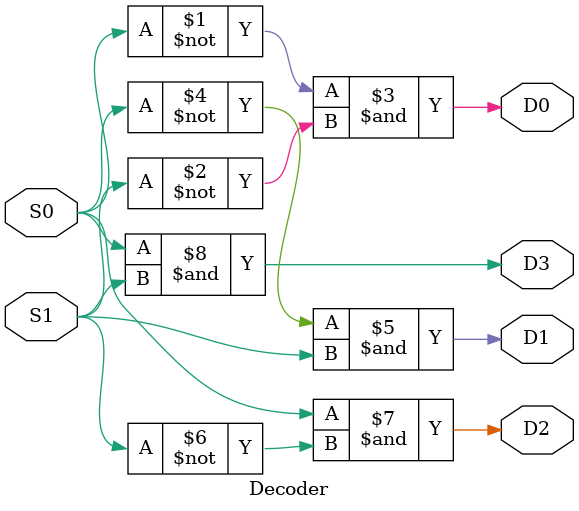
<source format=v>
module Decoder (
    input S0,
    input S1,
    output D0,
    output D1,
    output D2,
    output D3
);
    and(D0,~S0,~S1);
    and(D1,~S0,S1);
    and(D2,S0,~S1);
    and(D3,S0,S1);
endmodule
</source>
